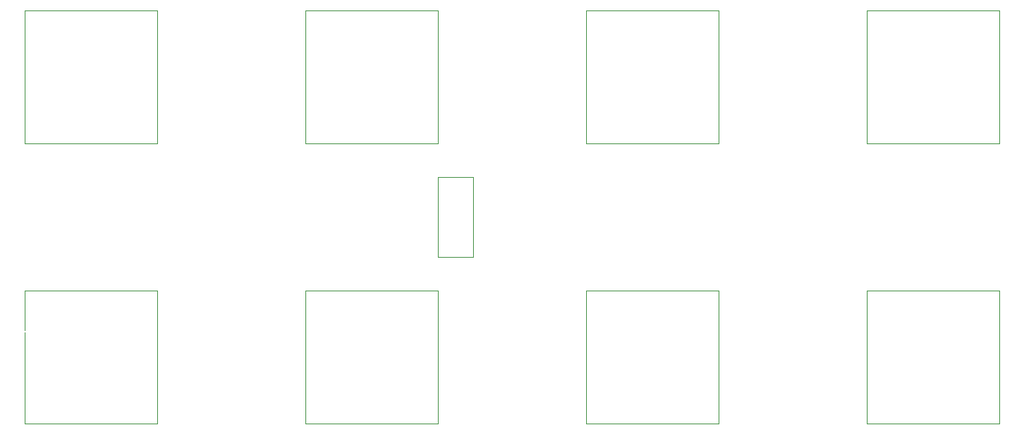
<source format=gbo>
G04 #@! TF.GenerationSoftware,KiCad,Pcbnew,(7.0.0)*
G04 #@! TF.CreationDate,2023-09-26T17:08:46-04:00*
G04 #@! TF.ProjectId,Switch Panel Rev 1,53776974-6368-4205-9061-6e656c205265,rev?*
G04 #@! TF.SameCoordinates,Original*
G04 #@! TF.FileFunction,Legend,Bot*
G04 #@! TF.FilePolarity,Positive*
%FSLAX46Y46*%
G04 Gerber Fmt 4.6, Leading zero omitted, Abs format (unit mm)*
G04 Created by KiCad (PCBNEW (7.0.0)) date 2023-09-26 17:08:46*
%MOMM*%
%LPD*%
G01*
G04 APERTURE LIST*
%ADD10C,0.100000*%
%ADD11C,0.600000*%
%ADD12O,0.600000X0.850000*%
%ADD13O,2.300000X1.300000*%
%ADD14O,2.600000X1.300000*%
%ADD15C,3.200000*%
%ADD16C,4.000000*%
%ADD17C,2.100000*%
%ADD18C,0.990600*%
%ADD19C,1.900000*%
%ADD20C,3.400000*%
%ADD21C,2.200000*%
G04 APERTURE END LIST*
D10*
X90042000Y-71175000D02*
X94042000Y-71175000D01*
X94042000Y-71175000D02*
X94042000Y-62175000D01*
X90042000Y-62175000D02*
X90042000Y-71175000D01*
X94042000Y-62175000D02*
X90042000Y-62175000D01*
X90050000Y-43300000D02*
X75050000Y-43300000D01*
X75050000Y-43300000D02*
X75050000Y-58300000D01*
X75050000Y-58300000D02*
X90050000Y-58300000D01*
X90050000Y-58300000D02*
X90050000Y-43300000D01*
X121800000Y-75050000D02*
X106800000Y-75050000D01*
X106800000Y-75050000D02*
X106800000Y-90050000D01*
X106800000Y-90050000D02*
X121800000Y-90050000D01*
X121800000Y-90050000D02*
X121800000Y-75050000D01*
X153550000Y-43300000D02*
X138550000Y-43300000D01*
X138550000Y-43300000D02*
X138550000Y-58300000D01*
X138550000Y-58300000D02*
X153550000Y-58300000D01*
X153550000Y-58300000D02*
X153550000Y-43300000D01*
X153550000Y-75050000D02*
X138550000Y-75050000D01*
X138550000Y-75050000D02*
X138550000Y-90050000D01*
X138550000Y-90050000D02*
X153550000Y-90050000D01*
X153550000Y-90050000D02*
X153550000Y-75050000D01*
X121800000Y-43300000D02*
X106800000Y-43300000D01*
X106800000Y-43300000D02*
X106800000Y-58300000D01*
X106800000Y-58300000D02*
X121800000Y-58300000D01*
X121800000Y-58300000D02*
X121800000Y-43300000D01*
X58300000Y-43300000D02*
X43300000Y-43300000D01*
X43300000Y-43300000D02*
X43300000Y-58300000D01*
X43300000Y-58300000D02*
X58300000Y-58300000D01*
X58300000Y-58300000D02*
X58300000Y-43300000D01*
X58300000Y-75050000D02*
X43300000Y-75050000D01*
X43300000Y-75050000D02*
X43300000Y-90050000D01*
X43300000Y-90050000D02*
X58300000Y-90050000D01*
X58300000Y-90050000D02*
X58300000Y-75050000D01*
X90050000Y-75050000D02*
X75050000Y-75050000D01*
X75050000Y-75050000D02*
X75050000Y-90050000D01*
X75050000Y-90050000D02*
X90050000Y-90050000D01*
X90050000Y-90050000D02*
X90050000Y-75050000D01*
%LPC*%
D11*
X43689200Y-63675000D03*
D12*
X43689199Y-69674999D03*
D13*
X44414199Y-62354999D03*
D14*
X40589199Y-62354999D03*
D13*
X44414199Y-70994999D03*
D14*
X40589199Y-70994999D03*
D15*
X130175000Y-92075000D03*
D16*
X92042000Y-73675000D03*
X92042000Y-59675000D03*
D17*
X82042000Y-71175000D03*
X82042000Y-68175000D03*
X82042000Y-65175000D03*
X82042000Y-62175000D03*
D18*
X41884600Y-74625200D03*
X42900600Y-79705200D03*
X40868600Y-79705200D03*
D15*
X66675000Y-92075000D03*
X98425000Y-41275000D03*
X130175000Y-41275000D03*
X66675000Y-41275000D03*
X98425000Y-92075000D03*
D19*
X88050000Y-50800000D03*
D20*
X82550000Y-50800000D03*
D19*
X77050000Y-50800000D03*
D21*
X82550000Y-56700000D03*
X87550000Y-54600000D03*
D19*
X119800000Y-82550000D03*
D20*
X114300000Y-82550000D03*
D19*
X108800000Y-82550000D03*
D21*
X114300000Y-88450000D03*
X119300000Y-86350000D03*
D19*
X151550000Y-50800000D03*
D20*
X146050000Y-50800000D03*
D19*
X140550000Y-50800000D03*
D21*
X146050000Y-56700000D03*
X151050000Y-54600000D03*
D19*
X151550000Y-82550000D03*
D20*
X146050000Y-82550000D03*
D19*
X140550000Y-82550000D03*
D21*
X146050000Y-88450000D03*
X151050000Y-86350000D03*
D19*
X119800000Y-50800000D03*
D20*
X114300000Y-50800000D03*
D19*
X108800000Y-50800000D03*
D21*
X114300000Y-56700000D03*
X119300000Y-54600000D03*
D19*
X56300000Y-50800000D03*
D20*
X50800000Y-50800000D03*
D19*
X45300000Y-50800000D03*
D21*
X50800000Y-56700000D03*
X55800000Y-54600000D03*
D19*
X56300000Y-82550000D03*
D20*
X50800000Y-82550000D03*
D19*
X45300000Y-82550000D03*
D21*
X50800000Y-88450000D03*
X55800000Y-86350000D03*
D19*
X88050000Y-82550000D03*
D20*
X82550000Y-82550000D03*
D19*
X77050000Y-82550000D03*
D21*
X82550000Y-88450000D03*
X87550000Y-86350000D03*
M02*

</source>
